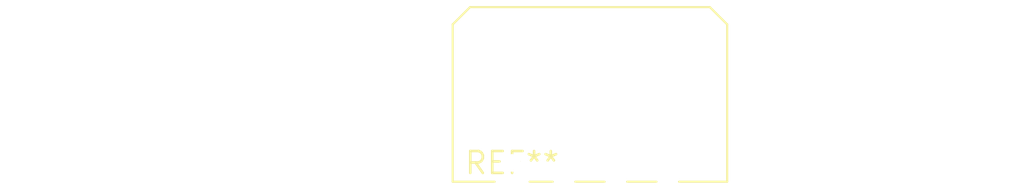
<source format=kicad_pcb>
(kicad_pcb (version 20240108) (generator pcbnew)
  (layers (0 "F.Cu" signal) (31 "B.Cu" signal) (34 "B.Paste" user) (35 "F.Paste" user) (36 "B.SilkS" user "B.Silkscreen") (37 "F.SilkS" user "F.Silkscreen") (38 "B.Mask" user) (39 "F.Mask" user) (44 "Edge.Cuts" user))
  (net 0 "")
  (footprint "Molex_Micro-Fit_3.0_43650-0400_1x04_P3.00mm_Horizontal" (layer "F.Cu") (at 0 0)
    (property "Reference" "REF**")
    (property "Value" "Molex_Micro-Fit_3.0_43650-0400_1x04_P3.00mm_Horizontal")
    (fp_line (start -3.435 -8.03) (end -2.435 -9.03) (layer "F.SilkS") (stroke (width 0.12)))
    (fp_line (start -3.435 1.09) (end -3.435 -8.03) (layer "F.SilkS") (stroke (width 0.12)))
    (fp_line (start -3.435 1.09) (end -1.01 1.09) (layer "F.SilkS") (stroke (width 0.12)))
    (fp_line (start -2.435 -9.03) (end 11.435 -9.03) (layer "F.SilkS") (stroke (width 0.12)))
    (fp_line (start 1.01 1.09) (end 2.348233 1.09) (layer "F.SilkS") (stroke (width 0.12)))
    (fp_line (start 3.651767 1.09) (end 5.348233 1.09) (layer "F.SilkS") (stroke (width 0.12)))
    (fp_line (start 6.651767 1.09) (end 8.348233 1.09) (layer "F.SilkS") (stroke (width 0.12)))
    (fp_line (start 11.435 -9.03) (end 12.435 -8.03) (layer "F.SilkS") (stroke (width 0.12)))
    (fp_line (start 12.435 -8.03) (end 12.435 1.09) (layer "F.SilkS") (stroke (width 0.12)))
    (fp_line (start 12.435 1.09) (end 9.651767 1.09) (layer "F.SilkS") (stroke (width 0.12)))
    (pad "" np_thru_hole circle (at 2.15 -4.32) (size 3 3) (drill 3) (layers *.Cu *.Mask))
    (pad "" np_thru_hole circle (at 6.85 -4.32) (size 3 3) (drill 3) (layers *.Cu *.Mask))
    (pad "1" thru_hole roundrect (at 0 0) (size 1.5 2.02) (drill 1.02) (layers *.Cu *.Mask) (remove_unused_layers) (roundrect_rratio 0.166667))
    (pad "2" thru_hole oval (at 3 0) (size 1.5 2.02) (drill 1.02) (layers *.Cu *.Mask) (remove_unused_layers))
    (pad "3" thru_hole oval (at 6 0) (size 1.5 2.02) (drill 1.02) (layers *.Cu *.Mask) (remove_unused_layers))
    (pad "4" thru_hole oval (at 9 0) (size 1.5 2.02) (drill 1.02) (layers *.Cu *.Mask) (remove_unused_layers))
  )
)
</source>
